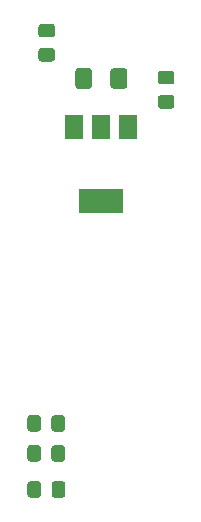
<source format=gbr>
%TF.GenerationSoftware,KiCad,Pcbnew,(5.1.6)-1*%
%TF.CreationDate,2020-09-01T10:18:49+02:00*%
%TF.ProjectId,C-60,432d3630-2e6b-4696-9361-645f70636258,rev?*%
%TF.SameCoordinates,Original*%
%TF.FileFunction,Paste,Bot*%
%TF.FilePolarity,Positive*%
%FSLAX46Y46*%
G04 Gerber Fmt 4.6, Leading zero omitted, Abs format (unit mm)*
G04 Created by KiCad (PCBNEW (5.1.6)-1) date 2020-09-01 10:18:49*
%MOMM*%
%LPD*%
G01*
G04 APERTURE LIST*
%ADD10R,1.500000X2.000000*%
%ADD11R,3.800000X2.000000*%
G04 APERTURE END LIST*
D10*
%TO.C,U2*%
X-146435000Y32035000D03*
X-141835000Y32035000D03*
X-144135000Y32035000D03*
D11*
X-144135000Y25735000D03*
%TD*%
%TO.C,RSH1*%
G36*
G01*
X-149158751Y38712501D02*
X-148258749Y38712501D01*
G75*
G02*
X-148008750Y38462502I0J-249999D01*
G01*
X-148008750Y37812500D01*
G75*
G02*
X-148258749Y37562501I-249999J0D01*
G01*
X-149158751Y37562501D01*
G75*
G02*
X-149408750Y37812500I0J249999D01*
G01*
X-149408750Y38462502D01*
G75*
G02*
X-149158751Y38712501I249999J0D01*
G01*
G37*
G36*
G01*
X-149158751Y40762501D02*
X-148258749Y40762501D01*
G75*
G02*
X-148008750Y40512502I0J-249999D01*
G01*
X-148008750Y39862500D01*
G75*
G02*
X-148258749Y39612501I-249999J0D01*
G01*
X-149158751Y39612501D01*
G75*
G02*
X-149408750Y39862500I0J249999D01*
G01*
X-149408750Y40512502D01*
G75*
G02*
X-149158751Y40762501I249999J0D01*
G01*
G37*
%TD*%
%TO.C,RI3*%
G36*
G01*
X-148289750Y883499D02*
X-148289750Y1783501D01*
G75*
G02*
X-148039751Y2033500I249999J0D01*
G01*
X-147389749Y2033500D01*
G75*
G02*
X-147139750Y1783501I0J-249999D01*
G01*
X-147139750Y883499D01*
G75*
G02*
X-147389749Y633500I-249999J0D01*
G01*
X-148039751Y633500D01*
G75*
G02*
X-148289750Y883499I0J249999D01*
G01*
G37*
G36*
G01*
X-150339750Y883499D02*
X-150339750Y1783501D01*
G75*
G02*
X-150089751Y2033500I249999J0D01*
G01*
X-149439749Y2033500D01*
G75*
G02*
X-149189750Y1783501I0J-249999D01*
G01*
X-149189750Y883499D01*
G75*
G02*
X-149439749Y633500I-249999J0D01*
G01*
X-150089751Y633500D01*
G75*
G02*
X-150339750Y883499I0J249999D01*
G01*
G37*
%TD*%
%TO.C,RI2*%
G36*
G01*
X-148307750Y6471499D02*
X-148307750Y7371501D01*
G75*
G02*
X-148057751Y7621500I249999J0D01*
G01*
X-147407749Y7621500D01*
G75*
G02*
X-147157750Y7371501I0J-249999D01*
G01*
X-147157750Y6471499D01*
G75*
G02*
X-147407749Y6221500I-249999J0D01*
G01*
X-148057751Y6221500D01*
G75*
G02*
X-148307750Y6471499I0J249999D01*
G01*
G37*
G36*
G01*
X-150357750Y6471499D02*
X-150357750Y7371501D01*
G75*
G02*
X-150107751Y7621500I249999J0D01*
G01*
X-149457749Y7621500D01*
G75*
G02*
X-149207750Y7371501I0J-249999D01*
G01*
X-149207750Y6471499D01*
G75*
G02*
X-149457749Y6221500I-249999J0D01*
G01*
X-150107751Y6221500D01*
G75*
G02*
X-150357750Y6471499I0J249999D01*
G01*
G37*
%TD*%
%TO.C,RI1*%
G36*
G01*
X-148307750Y3931499D02*
X-148307750Y4831501D01*
G75*
G02*
X-148057751Y5081500I249999J0D01*
G01*
X-147407749Y5081500D01*
G75*
G02*
X-147157750Y4831501I0J-249999D01*
G01*
X-147157750Y3931499D01*
G75*
G02*
X-147407749Y3681500I-249999J0D01*
G01*
X-148057751Y3681500D01*
G75*
G02*
X-148307750Y3931499I0J249999D01*
G01*
G37*
G36*
G01*
X-150357750Y3931499D02*
X-150357750Y4831501D01*
G75*
G02*
X-150107751Y5081500I249999J0D01*
G01*
X-149457749Y5081500D01*
G75*
G02*
X-149207750Y4831501I0J-249999D01*
G01*
X-149207750Y3931499D01*
G75*
G02*
X-149457749Y3681500I-249999J0D01*
G01*
X-150107751Y3681500D01*
G75*
G02*
X-150357750Y3931499I0J249999D01*
G01*
G37*
%TD*%
%TO.C,RF1*%
G36*
G01*
X-139048751Y34727500D02*
X-138148749Y34727500D01*
G75*
G02*
X-137898750Y34477501I0J-249999D01*
G01*
X-137898750Y33827499D01*
G75*
G02*
X-138148749Y33577500I-249999J0D01*
G01*
X-139048751Y33577500D01*
G75*
G02*
X-139298750Y33827499I0J249999D01*
G01*
X-139298750Y34477501D01*
G75*
G02*
X-139048751Y34727500I249999J0D01*
G01*
G37*
G36*
G01*
X-139048751Y36777500D02*
X-138148749Y36777500D01*
G75*
G02*
X-137898750Y36527501I0J-249999D01*
G01*
X-137898750Y35877499D01*
G75*
G02*
X-138148749Y35627500I-249999J0D01*
G01*
X-139048751Y35627500D01*
G75*
G02*
X-139298750Y35877499I0J249999D01*
G01*
X-139298750Y36527501D01*
G75*
G02*
X-139048751Y36777500I249999J0D01*
G01*
G37*
%TD*%
%TO.C,F1*%
G36*
G01*
X-144866250Y36752500D02*
X-144866250Y35502500D01*
G75*
G02*
X-145116250Y35252500I-250000J0D01*
G01*
X-146041250Y35252500D01*
G75*
G02*
X-146291250Y35502500I0J250000D01*
G01*
X-146291250Y36752500D01*
G75*
G02*
X-146041250Y37002500I250000J0D01*
G01*
X-145116250Y37002500D01*
G75*
G02*
X-144866250Y36752500I0J-250000D01*
G01*
G37*
G36*
G01*
X-141891250Y36752500D02*
X-141891250Y35502500D01*
G75*
G02*
X-142141250Y35252500I-250000J0D01*
G01*
X-143066250Y35252500D01*
G75*
G02*
X-143316250Y35502500I0J250000D01*
G01*
X-143316250Y36752500D01*
G75*
G02*
X-143066250Y37002500I250000J0D01*
G01*
X-142141250Y37002500D01*
G75*
G02*
X-141891250Y36752500I0J-250000D01*
G01*
G37*
%TD*%
M02*

</source>
